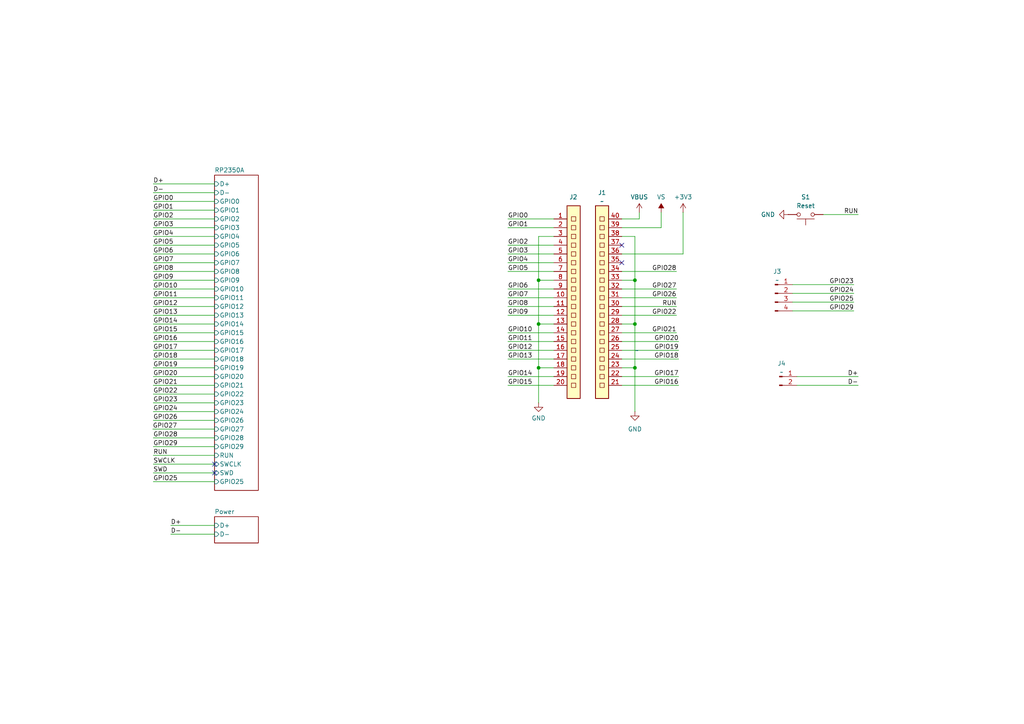
<source format=kicad_sch>
(kicad_sch (version 20250114) (generator "eeschema") (generator_version "9.0")
  (paper "A4")
  (title_block (title "${NAME}") (date "2025-06-23") (rev "${VERSION}") (company "Mikhail Matveev") (comment 1 "https://github.com/xtremespb/frank"))
  (lib_symbols
    (symbol "Connector:Conn_01x02_Pin" (pin_names (offset 1.016) (hide yes))
      (property "Reference" "J" (at 0 2.54 0))
      (property "Value" "Conn_01x02_Pin" (at 0 -5.08 0))
      (symbol "Conn_01x02_Pin_1_1"
        (rectangle (start 0.8636 0.127) (end 0 -0.127) (stroke (width 0.1524)) (fill (type outline)))
        (rectangle (start 0.8636 -2.413) (end 0 -2.667) (stroke (width 0.1524)) (fill (type outline)))
        (polyline (pts (xy 1.27 0) (xy 0.8636 0)) (stroke (width 0.1524)))
        (polyline (pts (xy 1.27 -2.54) (xy 0.8636 -2.54)) (stroke (width 0.1524)))
        (pin passive line (at 5.08 0 180) (length 3.81) (name "Pin_1") (number "1"))
        (pin passive line (at 5.08 -2.54 180) (length 3.81) (name "Pin_2") (number "2"))
      )
    )
    (symbol "Connector:Conn_01x04_Pin" (pin_names (offset 1.016) (hide yes))
      (property "Reference" "J" (at 0 5.08 0))
      (property "Value" "Conn_01x04_Pin" (at 0 -7.62 0))
      (symbol "Conn_01x04_Pin_1_1"
        (rectangle (start 0.8636 2.667) (end 0 2.413) (stroke (width 0.1524)) (fill (type outline)))
        (rectangle (start 0.8636 0.127) (end 0 -0.127) (stroke (width 0.1524)) (fill (type outline)))
        (rectangle (start 0.8636 -2.413) (end 0 -2.667) (stroke (width 0.1524)) (fill (type outline)))
        (rectangle (start 0.8636 -4.953) (end 0 -5.207) (stroke (width 0.1524)) (fill (type outline)))
        (polyline (pts (xy 1.27 2.54) (xy 0.8636 2.54)) (stroke (width 0.1524)))
        (polyline (pts (xy 1.27 0) (xy 0.8636 0)) (stroke (width 0.1524)))
        (polyline (pts (xy 1.27 -2.54) (xy 0.8636 -2.54)) (stroke (width 0.1524)))
        (polyline (pts (xy 1.27 -5.08) (xy 0.8636 -5.08)) (stroke (width 0.1524)))
        (pin passive line (at 5.08 2.54 180) (length 3.81) (name "Pin_1") (number "1"))
        (pin passive line (at 5.08 0 180) (length 3.81) (name "Pin_2") (number "2"))
        (pin passive line (at 5.08 -2.54 180) (length 3.81) (name "Pin_3") (number "3"))
        (pin passive line (at 5.08 -5.08 180) (length 3.81) (name "Pin_4") (number "4"))
      )
    )
    (symbol "FRANK:CON_PICO_1-20"
      (property "Reference" "J2" (at -15.875 29.21 0))
      (property "Value" "~" (at 3.81 -15.24 0))
      (symbol "CON_PICO_1-20_0_1"
        (rectangle (start -16.51 26.67) (end -12.7 -29.21) (stroke (width 0.254)) (fill (type background)))
        (rectangle (start -15.24 23.495) (end -13.97 22.225))
        (rectangle (start -15.24 20.955) (end -13.97 19.685))
        (rectangle (start -15.24 18.415) (end -13.97 17.145))
        (rectangle (start -15.24 15.875) (end -13.97 14.605))
        (rectangle (start -15.24 13.335) (end -13.97 12.065))
        (rectangle (start -15.24 10.795) (end -13.97 9.525))
        (rectangle (start -15.24 8.255) (end -13.97 6.985))
        (rectangle (start -15.24 5.715) (end -13.97 4.445))
        (rectangle (start -15.24 3.175) (end -13.97 1.905))
        (rectangle (start -15.24 0.635) (end -13.97 -0.635))
        (rectangle (start -15.24 -1.905) (end -13.97 -3.175))
        (rectangle (start -15.24 -4.445) (end -13.97 -5.715))
        (rectangle (start -15.24 -6.985) (end -13.97 -8.255))
        (rectangle (start -15.24 -9.525) (end -13.97 -10.795))
        (rectangle (start -15.24 -12.065) (end -13.97 -13.335))
        (rectangle (start -15.24 -14.605) (end -13.97 -15.875))
        (rectangle (start -15.24 -17.145) (end -13.97 -18.415))
        (rectangle (start -15.24 -19.685) (end -13.97 -20.955))
        (rectangle (start -15.24 -22.225) (end -13.97 -23.495))
        (rectangle (start -15.24 -24.765) (end -13.97 -26.035))
      )
      (symbol "CON_PICO_1-20_1_1"
        (pin input line (at -20.32 22.86 0) (length 3.81) (name "") (number "1"))
        (pin input line (at -20.32 20.32 0) (length 3.81) (name "") (number "2"))
        (pin input line (at -20.32 17.78 0) (length 3.81) (name "") (number "3"))
        (pin input line (at -20.32 15.24 0) (length 3.81) (name "") (number "4"))
        (pin input line (at -20.32 12.7 0) (length 3.81) (name "") (number "5"))
        (pin input line (at -20.32 10.16 0) (length 3.81) (name "") (number "6"))
        (pin input line (at -20.32 7.62 0) (length 3.81) (name "") (number "7"))
        (pin input line (at -20.32 5.08 0) (length 3.81) (name "") (number "8"))
        (pin input line (at -20.32 2.54 0) (length 3.81) (name "") (number "9"))
        (pin input line (at -20.32 0 0) (length 3.81) (name "") (number "10"))
        (pin input line (at -20.32 -2.54 0) (length 3.81) (name "") (number "11"))
        (pin input line (at -20.32 -5.08 0) (length 3.81) (name "") (number "12"))
        (pin input line (at -20.32 -7.62 0) (length 3.81) (name "") (number "13"))
        (pin input line (at -20.32 -10.16 0) (length 3.81) (name "") (number "14"))
        (pin input line (at -20.32 -12.7 0) (length 3.81) (name "") (number "15"))
        (pin input line (at -20.32 -15.24 0) (length 3.81) (name "") (number "16"))
        (pin input line (at -20.32 -17.78 0) (length 3.81) (name "") (number "17"))
        (pin input line (at -20.32 -20.32 0) (length 3.81) (name "") (number "18"))
        (pin input line (at -20.32 -22.86 0) (length 3.81) (name "") (number "19"))
        (pin input line (at -20.32 -25.4 0) (length 3.81) (name "") (number "20"))
      )
    )
    (symbol "FRANK:CON_PICO_21-40"
      (property "Reference" "J1" (at 15.875 29.21 0))
      (property "Value" "~" (at 3.81 -15.24 0))
      (symbol "CON_PICO_21-40_0_1"
        (rectangle (start 13.97 26.67) (end 17.78 -29.21) (stroke (width 0.254)) (fill (type background)))
        (rectangle (start 15.24 23.495) (end 16.51 22.225))
        (rectangle (start 15.24 20.955) (end 16.51 19.685))
        (rectangle (start 15.24 18.415) (end 16.51 17.145))
        (rectangle (start 15.24 15.875) (end 16.51 14.605))
        (rectangle (start 15.24 13.335) (end 16.51 12.065))
        (rectangle (start 15.24 10.795) (end 16.51 9.525))
        (rectangle (start 15.24 8.255) (end 16.51 6.985))
        (rectangle (start 15.24 5.715) (end 16.51 4.445))
        (rectangle (start 15.24 3.175) (end 16.51 1.905))
        (rectangle (start 15.24 0.635) (end 16.51 -0.635))
        (rectangle (start 15.24 -1.905) (end 16.51 -3.175))
        (rectangle (start 15.24 -4.445) (end 16.51 -5.715))
        (rectangle (start 15.24 -6.985) (end 16.51 -8.255))
        (rectangle (start 15.24 -9.525) (end 16.51 -10.795))
        (rectangle (start 15.24 -12.065) (end 16.51 -13.335))
        (rectangle (start 15.24 -14.605) (end 16.51 -15.875))
        (rectangle (start 15.24 -17.145) (end 16.51 -18.415))
        (rectangle (start 15.24 -19.685) (end 16.51 -20.955))
        (rectangle (start 15.24 -22.225) (end 16.51 -23.495))
        (rectangle (start 15.24 -24.765) (end 16.51 -26.035))
      )
      (symbol "CON_PICO_21-40_1_1"
        (pin input line (at 21.59 22.86 180) (length 3.81) (name "") (number "40"))
        (pin input line (at 21.59 20.32 180) (length 3.81) (name "") (number "39"))
        (pin input line (at 21.59 17.78 180) (length 3.81) (name "") (number "38"))
        (pin input line (at 21.59 15.24 180) (length 3.81) (name "") (number "37"))
        (pin input line (at 21.59 12.7 180) (length 3.81) (name "") (number "36"))
        (pin input line (at 21.59 10.16 180) (length 3.81) (name "") (number "35"))
        (pin input line (at 21.59 7.62 180) (length 3.81) (name "") (number "34"))
        (pin input line (at 21.59 5.08 180) (length 3.81) (name "") (number "33"))
        (pin input line (at 21.59 2.54 180) (length 3.81) (name "") (number "32"))
        (pin input line (at 21.59 0 180) (length 3.81) (name "") (number "31"))
        (pin input line (at 21.59 -2.54 180) (length 3.81) (name "") (number "30"))
        (pin input line (at 21.59 -5.08 180) (length 3.81) (name "") (number "29"))
        (pin input line (at 21.59 -7.62 180) (length 3.81) (name "") (number "28"))
        (pin input line (at 21.59 -10.16 180) (length 3.81) (name "") (number "27"))
        (pin input line (at 21.59 -12.7 180) (length 3.81) (name "") (number "26"))
        (pin input line (at 21.59 -15.24 180) (length 3.81) (name "") (number "25"))
        (pin input line (at 21.59 -17.78 180) (length 3.81) (name "") (number "24"))
        (pin input line (at 21.59 -20.32 180) (length 3.81) (name "") (number "23"))
        (pin input line (at 21.59 -22.86 180) (length 3.81) (name "") (number "22"))
        (pin input line (at 21.59 -25.4 180) (length 3.81) (name "") (number "21"))
      )
    )
    (symbol "GND_1" (power) (pin_numbers (hide yes)) (pin_names (offset 0) (hide yes))
      (property "Value" "GND" (at 0 -3.81 0))
      (symbol "GND_1_0_1"
        (polyline (pts (xy 0 0) (xy 0 -1.27) (xy 1.27 -1.27) (xy 0 -2.54) (xy -1.27 -1.27) (xy 0 -1.27)))
      )
      (symbol "GND_1_1_1"
        (pin power_in line (at 0 0 270) (length 0) (name "~") (number "1"))
      )
    )
    (symbol "Switch:SW_Push" (pin_numbers (hide yes)) (pin_names (offset 1.016) (hide yes))
      (property "Reference" "SW" (at 1.27 2.54 0))
      (property "Value" "SW_Push" (at 0 -1.524 0))
      (symbol "SW_Push_0_1"
        (circle (center -2.032 0) (radius 0.508))
        (polyline (pts (xy 0 1.27) (xy 0 3.048)))
        (circle (center 2.032 0) (radius 0.508))
        (polyline (pts (xy 2.54 1.27) (xy -2.54 1.27)))
        (pin passive line (at -5.08 0 0) (length 2.54) (name "1") (number "1"))
        (pin passive line (at 5.08 0 180) (length 2.54) (name "2") (number "2"))
      )
    )
    (symbol "power:+3V3" (power) (pin_numbers (hide yes)) (pin_names (offset 0) (hide yes))
      (property "Value" "+3V3" (at 0 3.556 0))
      (symbol "+3V3_0_1"
        (polyline (pts (xy -0.762 1.27) (xy 0 2.54)))
        (polyline (pts (xy 0 2.54) (xy 0.762 1.27)))
        (polyline (pts (xy 0 0) (xy 0 2.54)))
      )
      (symbol "+3V3_1_1"
        (pin power_in line (at 0 0 90) (length 0) (name "~") (number "1"))
      )
    )
    (symbol "power:GND" (power) (pin_numbers (hide yes)) (pin_names (offset 0) (hide yes))
      (property "Value" "GND" (at 0 -3.81 0))
      (symbol "GND_0_1"
        (polyline (pts (xy 0 0) (xy 0 -1.27) (xy 1.27 -1.27) (xy 0 -2.54) (xy -1.27 -1.27) (xy 0 -1.27)))
      )
      (symbol "GND_1_1"
        (pin power_in line (at 0 0 270) (length 0) (name "~") (number "1"))
      )
    )
    (symbol "power:VBUS" (power) (pin_numbers (hide yes)) (pin_names (offset 0) (hide yes))
      (property "Value" "VBUS" (at 0 3.556 0))
      (symbol "VBUS_0_1"
        (polyline (pts (xy -0.762 1.27) (xy 0 2.54)))
        (polyline (pts (xy 0 2.54) (xy 0.762 1.27)))
        (polyline (pts (xy 0 0) (xy 0 2.54)))
      )
      (symbol "VBUS_1_1"
        (pin power_in line (at 0 0 90) (length 0) (name "~") (number "1"))
      )
    )
    (symbol "power:VS" (power) (pin_numbers (hide yes)) (pin_names (offset 0) (hide yes))
      (property "Value" "VS" (at 0 3.556 0))
      (symbol "VS_0_1"
        (polyline (pts (xy 0 0) (xy 0 2.54)))
        (polyline (pts (xy 0.762 1.27) (xy -0.762 1.27) (xy 0 2.54) (xy 0.762 1.27)) (fill (type outline)))
      )
      (symbol "VS_1_1"
        (pin power_in line (at 0 0 90) (length 0) (name "~") (number "1"))
      )
    )
  )
  (junction (at 184.15 106.68))
  (junction (at 156.21 106.68))
  (junction (at 156.21 93.98))
  (junction (at 184.15 93.98))
  (junction (at 184.15 81.28))
  (junction (at 156.21 81.28))
  (no_connect (at 180.34 71.12))
  (no_connect (at 62.23 137.16))
  (no_connect (at 62.23 134.62))
  (no_connect (at 180.34 76.2))
  (wire (pts (xy 180.34 104.14) (xy 196.85 104.14)))
  (wire (pts (xy 147.32 99.06) (xy 160.655 99.06)))
  (wire (pts (xy 62.23 96.52) (xy 44.45 96.52)))
  (wire (pts (xy 180.34 66.04) (xy 191.77 66.04)))
  (wire (pts (xy 180.34 63.5) (xy 185.42 63.5)))
  (wire (pts (xy 62.23 58.42) (xy 44.45 58.42)))
  (wire (pts (xy 196.215 78.74) (xy 180.34 78.74)))
  (wire (pts (xy 62.23 101.6) (xy 44.45 101.6)))
  (wire (pts (xy 62.23 53.34) (xy 44.45 53.34)))
  (wire (pts (xy 238.76 62.23) (xy 248.92 62.23)))
  (wire (pts (xy 62.23 81.28) (xy 44.45 81.28)))
  (wire (pts (xy 147.32 66.04) (xy 160.655 66.04)))
  (wire (pts (xy 184.15 93.98) (xy 184.15 106.68)))
  (wire (pts (xy 62.23 127) (xy 44.45 127)))
  (wire (pts (xy 180.34 106.68) (xy 184.15 106.68)))
  (wire (pts (xy 180.34 93.98) (xy 184.15 93.98)))
  (wire (pts (xy 156.21 93.98) (xy 156.21 106.68)))
  (wire (pts (xy 62.23 76.2) (xy 44.45 76.2)))
  (wire (pts (xy 62.23 104.14) (xy 44.45 104.14)))
  (wire (pts (xy 156.21 93.98) (xy 160.655 93.98)))
  (wire (pts (xy 196.215 83.82) (xy 180.34 83.82)))
  (wire (pts (xy 180.34 111.76) (xy 196.85 111.76)))
  (wire (pts (xy 62.23 106.68) (xy 44.45 106.68)))
  (wire (pts (xy 229.87 90.17) (xy 247.65 90.17)))
  (wire (pts (xy 62.23 83.82) (xy 44.45 83.82)))
  (wire (pts (xy 62.23 55.88) (xy 44.45 55.88)))
  (wire (pts (xy 191.77 61.595) (xy 191.77 66.04)))
  (wire (pts (xy 229.87 87.63) (xy 247.65 87.63)))
  (wire (pts (xy 62.23 129.54) (xy 44.45 129.54)))
  (wire (pts (xy 62.23 132.08) (xy 44.45 132.08)))
  (wire (pts (xy 147.32 109.22) (xy 160.655 109.22)))
  (wire (pts (xy 180.34 68.58) (xy 184.15 68.58)))
  (wire (pts (xy 62.23 68.58) (xy 44.45 68.58)))
  (wire (pts (xy 198.12 73.66) (xy 198.12 61.595)))
  (wire (pts (xy 180.34 73.66) (xy 198.12 73.66)))
  (wire (pts (xy 62.23 93.98) (xy 44.45 93.98)))
  (wire (pts (xy 147.32 91.44) (xy 160.655 91.44)))
  (wire (pts (xy 180.34 91.44) (xy 196.215 91.44)))
  (wire (pts (xy 229.87 82.55) (xy 247.65 82.55)))
  (wire (pts (xy 147.32 101.6) (xy 160.655 101.6)))
  (wire (pts (xy 62.23 111.76) (xy 44.45 111.76)))
  (wire (pts (xy 62.23 66.04) (xy 44.45 66.04)))
  (wire (pts (xy 147.32 86.36) (xy 160.655 86.36)))
  (wire (pts (xy 180.34 99.06) (xy 196.85 99.06)))
  (wire (pts (xy 160.655 68.58) (xy 156.21 68.58)))
  (wire (pts (xy 62.23 60.96) (xy 44.45 60.96)))
  (wire (pts (xy 156.21 68.58) (xy 156.21 81.28)))
  (wire (pts (xy 180.34 109.22) (xy 196.85 109.22)))
  (wire (pts (xy 62.23 109.22) (xy 44.45 109.22)))
  (wire (pts (xy 49.53 154.94) (xy 62.23 154.94)))
  (wire (pts (xy 180.34 88.9) (xy 196.215 88.9)))
  (wire (pts (xy 62.23 99.06) (xy 44.45 99.06)))
  (wire (pts (xy 44.45 114.3) (xy 62.23 114.3)))
  (wire (pts (xy 147.32 73.66) (xy 160.655 73.66)))
  (wire (pts (xy 147.32 88.9) (xy 160.655 88.9)))
  (wire (pts (xy 49.53 152.4) (xy 62.23 152.4)))
  (wire (pts (xy 62.23 137.16) (xy 44.45 137.16)))
  (wire (pts (xy 62.23 121.92) (xy 44.45 121.92)))
  (wire (pts (xy 62.23 119.38) (xy 44.45 119.38)))
  (wire (pts (xy 248.92 109.22) (xy 231.14 109.22)))
  (wire (pts (xy 156.21 106.68) (xy 160.655 106.68)))
  (wire (pts (xy 184.15 68.58) (xy 184.15 81.28)))
  (wire (pts (xy 185.42 61.595) (xy 185.42 63.5)))
  (wire (pts (xy 147.32 104.14) (xy 160.655 104.14)))
  (wire (pts (xy 147.32 76.2) (xy 160.655 76.2)))
  (wire (pts (xy 156.21 81.28) (xy 156.21 93.98)))
  (wire (pts (xy 62.23 78.74) (xy 44.45 78.74)))
  (wire (pts (xy 62.23 88.9) (xy 44.45 88.9)))
  (wire (pts (xy 180.34 96.52) (xy 196.215 96.52)))
  (wire (pts (xy 196.215 86.36) (xy 180.34 86.36)))
  (wire (pts (xy 147.32 63.5) (xy 160.655 63.5)))
  (wire (pts (xy 62.23 73.66) (xy 44.45 73.66)))
  (wire (pts (xy 180.34 101.6) (xy 196.85 101.6)))
  (wire (pts (xy 147.32 96.52) (xy 160.655 96.52)))
  (wire (pts (xy 62.23 116.84) (xy 44.45 116.84)))
  (wire (pts (xy 229.87 85.09) (xy 247.65 85.09)))
  (wire (pts (xy 156.21 116.84) (xy 156.21 106.68)))
  (wire (pts (xy 147.32 111.76) (xy 160.655 111.76)))
  (wire (pts (xy 44.2998 124.46) (xy 62.23 124.46)))
  (wire (pts (xy 184.15 81.28) (xy 184.15 93.98)))
  (wire (pts (xy 180.34 81.28) (xy 184.15 81.28)))
  (wire (pts (xy 62.23 63.5) (xy 44.45 63.5)))
  (wire (pts (xy 62.23 139.7) (xy 44.45 139.7)))
  (wire (pts (xy 147.32 78.74) (xy 160.655 78.74)))
  (wire (pts (xy 147.32 71.12) (xy 160.655 71.12)))
  (wire (pts (xy 184.15 106.68) (xy 184.15 119.38)))
  (wire (pts (xy 62.23 71.12) (xy 44.45 71.12)))
  (wire (pts (xy 248.92 111.76) (xy 231.14 111.76)))
  (wire (pts (xy 156.21 81.28) (xy 160.655 81.28)))
  (wire (pts (xy 62.23 86.36) (xy 44.45 86.36)))
  (wire (pts (xy 62.23 91.44) (xy 44.45 91.44)))
  (wire (pts (xy 147.32 83.82) (xy 160.655 83.82)))
  (wire (pts (xy 62.23 134.62) (xy 44.45 134.62)))
  (label "GPIO13" (at 147.32 104.14 0))
  (label "GPIO18" (at 44.45 104.14 0))
  (label "GPIO1" (at 44.45 60.96 0))
  (label "GPIO3" (at 44.45 66.04 0))
  (label "GPIO1" (at 147.32 66.04 0))
  (label "GPIO18" (at 196.85 104.14 180))
  (label "GPIO25" (at 44.45 139.7 0))
  (label "GPIO11" (at 147.32 99.06 0))
  (label "GPIO2" (at 147.32 71.12 0))
  (label "GPIO20" (at 196.85 99.06 180))
  (label "GPIO15" (at 147.32 111.76 0))
  (label "GPIO24" (at 44.45 119.38 0))
  (label "D-" (at 49.53 154.94 0))
  (label "GPIO10" (at 44.45 83.82 0))
  (label "GPIO14" (at 44.45 93.98 0))
  (label "D-" (at 44.45 55.88 0))
  (label "D+" (at 248.92 109.22 180))
  (label "GPIO4" (at 44.45 68.58 0))
  (label "D+" (at 44.45 53.34 0))
  (label "GPIO5" (at 147.32 78.74 0))
  (label "SWCLK" (at 44.45 134.62 0))
  (label "GPIO26" (at 44.45 121.92 0))
  (label "GPIO0" (at 44.45 58.42 0))
  (label "GPIO23" (at 44.45 116.84 0))
  (label "GPIO7" (at 44.45 76.2 0))
  (label "GPIO4" (at 147.32 76.2 0))
  (label "GPIO28" (at 196.215 78.74 180))
  (label "GPIO14" (at 147.32 109.22 0))
  (label "GPIO22" (at 196.215 91.44 180))
  (label "GPIO21" (at 196.215 96.52 180))
  (label "GPIO23" (at 247.65 82.55 180))
  (label "GPIO6" (at 147.32 83.82 0))
  (label "D-" (at 248.92 111.76 180))
  (label "GPIO8" (at 147.32 88.9 0))
  (label "GPIO21" (at 44.45 111.76 0))
  (label "GPIO11" (at 44.45 86.36 0))
  (label "GPIO15" (at 44.45 96.52 0))
  (label "SWD" (at 44.45 137.16 0))
  (label "GPIO17" (at 196.85 109.22 180))
  (label "RUN" (at 196.215 88.9 180))
  (label "D+" (at 49.53 152.4 0))
  (label "GPIO7" (at 147.32 86.36 0))
  (label "GPIO3" (at 147.32 73.66 0))
  (label "GPIO9" (at 147.32 91.44 0))
  (label "GPIO8" (at 44.45 78.74 0))
  (label "GPIO6" (at 44.45 73.66 0))
  (label "GPIO2" (at 44.45 63.5 0))
  (label "GPIO17" (at 44.45 101.6 0))
  (label "GPIO26" (at 196.215 86.36 180))
  (label "GPIO9" (at 44.45 81.28 0))
  (label "GPIO12" (at 147.32 101.6 0))
  (label "GPIO10" (at 147.32 96.52 0))
  (label "GPIO22" (at 44.45 114.3 0))
  (label "GPIO27" (at 196.215 83.82 180))
  (label "GPIO29" (at 247.65 90.17 180))
  (label "RUN" (at 44.45 132.08 0))
  (label "RUN" (at 248.92 62.23 180))
  (label "GPIO27" (at 44.2998 124.46 0))
  (label "GPIO28" (at 44.45 127 0))
  (label "GPIO19" (at 44.45 106.68 0))
  (label "GPIO13" (at 44.45 91.44 0))
  (label "GPIO5" (at 44.45 71.12 0))
  (label "GPIO29" (at 44.45 129.54 0))
  (label "GPIO0" (at 147.32 63.5 0))
  (label "GPIO12" (at 44.45 88.9 0))
  (label "GPIO16" (at 196.85 111.76 180))
  (label "GPIO25" (at 247.65 87.63 180))
  (label "GPIO16" (at 44.45 99.06 0))
  (label "GPIO24" (at 247.65 85.09 180))
  (label "GPIO20" (at 44.45 109.22 0))
  (label "GPIO19" (at 196.85 101.6 180))
  (symbol (lib_id "Connector:Conn_01x02_Pin") (at 226.06 109.22 0) (unit 1)
    (property "Reference" "J4" (at 226.695 105.41 0))
    (property "Value" "~" (at 226.695 107.95 0))
    (property "Footprint" "FRANK:Test Points (1mm x 2)" (effects (hide yes)))
    (property "Description" "Generic connector, single row, 01x02, script generated" (effects (hide yes)))
  )
  (symbol (lib_id "power:+3V3") (at 198.12 61.595 0) (unit 1)
    (property "Reference" "#PWR03" (effects (hide yes)))
    (property "Value" "+3V3" (at 198.12 57.15 0))
    (property "Description" "Power symbol creates a global label with name \"+3V3\"" (effects (hide yes)))
  )
  (symbol (lib_name "GND_1") (lib_id "power:GND") (at 228.6 62.23 270) (unit 1)
    (property "Reference" "#PWR06" (effects (hide yes)))
    (property "Value" "GND" (at 224.79 62.2299 90) (effects (justify right)))
    (property "Description" "Power symbol creates a global label with name \"GND\" , ground" (effects (hide yes)))
  )
  (symbol (lib_id "power:VS") (at 191.77 61.595 0) (unit 1)
    (property "Reference" "#PWR02" (effects (hide yes)))
    (property "Value" "VS" (at 191.77 57.15 0))
    (property "Description" "Power symbol creates a global label with name \"VS\"" (effects (hide yes)))
  )
  (symbol (lib_id "Connector:Conn_01x04_Pin") (at 224.79 85.09 0) (unit 1)
    (property "Reference" "J3" (at 225.425 78.74 0))
    (property "Value" "~" (at 225.425 81.28 0))
    (property "Footprint" "FRANK:Test Points (1mm x 5)" (effects (hide yes)))
    (property "Description" "Generic connector, single row, 01x04, script generated" (effects (hide yes)))
  )
  (symbol (lib_id "FRANK:CON_PICO_1-20") (at 180.975 86.36 0) (unit 1)
    (property "Reference" "J2" (at 165.1 57.15 0) (effects (justify left)))
    (property "Value" "~" (at 184.785 101.6 0))
    (property "Footprint" "FRANK:CON_PICO_1-20" (effects (hide yes)))
  )
  (symbol (lib_name "GND_1") (lib_id "power:GND") (at 184.15 119.38 0) (unit 1)
    (property "Reference" "#PWR05" (effects (hide yes)))
    (property "Value" "GND" (at 184.15 124.46 0))
    (property "Description" "Power symbol creates a global label with name \"GND\" , ground" (effects (hide yes)))
  )
  (symbol (lib_id "Switch:SW_Push") (at 233.68 62.23 180) (unit 1)
    (property "Reference" "S1" (at 233.68 57.15 0))
    (property "Value" "Reset" (at 233.68 59.69 0))
    (property "Footprint" "FRANK:Button (SMD, 3x3mm, 1-1)" (effects (hide yes)))
    (property "Datasheet" "https://parts4laptops.eu/en/microbuttons/3300-microbutton-tact-switch-ts-1233-33x33x15mm-smt-mounting.html" (effects (hide yes)))
    (property "AliExpress" "https://www.aliexpress.com/item/1005007359248990.html" (effects (hide yes)))
  )
  (symbol (lib_id "power:VBUS") (at 185.42 61.595 0) (unit 1)
    (property "Reference" "#PWR01" (effects (hide yes)))
    (property "Value" "VBUS" (at 185.42 57.15 0))
    (property "Description" "Power symbol creates a global label with name \"VBUS\"" (effects (hide yes)))
  )
  (symbol (lib_id "power:GND") (at 156.21 116.84 0) (unit 1)
    (property "Reference" "#PWR04" (effects (hide yes)))
    (property "Value" "GND" (at 156.21 121.285 0))
    (property "Description" "Power symbol creates a global label with name \"GND\" , ground" (effects (hide yes)))
  )
  (symbol (lib_id "FRANK:CON_PICO_21-40") (at 158.75 86.36 0) (unit 1)
    (property "Reference" "J1" (at 174.625 55.88 0))
    (property "Value" "~" (at 174.625 58.42 0))
    (property "Footprint" "FRANK:CON_PICO_21-40" (effects (hide yes)))
  )
  (sheet (at 62.23 149.86) (size 12.7 7.62) (stroke (width 0.1524))
    (property "Sheetname" "Power" (at 62.23 149.1484 0) (effects (justify left bottom)))
    (property "Sheetfile" "power.kicad_sch" (effects (hide yes)))
    (pin "D+" input (at 62.23 152.4 180))
    (pin "D-" input (at 62.23 154.94 180))
  )
  (sheet (at 62.23 50.8) (size 12.7 91.44) (stroke (width 0.1524))
    (property "Sheetname" "RP2350A" (at 62.23 50.0884 0) (effects (justify left bottom)))
    (property "Sheetfile" "rp2350a.kicad_sch" (effects (hide yes)))
    (pin "D+" input (at 62.23 53.34 180))
    (pin "D-" input (at 62.23 55.88 180))
    (pin "GPIO0" input (at 62.23 58.42 180))
    (pin "GPIO1" input (at 62.23 60.96 180))
    (pin "GPIO2" input (at 62.23 63.5 180))
    (pin "GPIO3" input (at 62.23 66.04 180))
    (pin "GPIO4" input (at 62.23 68.58 180))
    (pin "GPIO5" input (at 62.23 71.12 180))
    (pin "GPIO6" input (at 62.23 73.66 180))
    (pin "GPIO7" input (at 62.23 76.2 180))
    (pin "GPIO8" input (at 62.23 78.74 180))
    (pin "GPIO9" input (at 62.23 81.28 180))
    (pin "GPIO10" input (at 62.23 83.82 180))
    (pin "GPIO11" input (at 62.23 86.36 180))
    (pin "GPIO12" input (at 62.23 88.9 180))
    (pin "GPIO13" input (at 62.23 91.44 180))
    (pin "GPIO14" input (at 62.23 93.98 180))
    (pin "GPIO15" input (at 62.23 96.52 180))
    (pin "GPIO16" input (at 62.23 99.06 180))
    (pin "GPIO17" input (at 62.23 101.6 180))
    (pin "GPIO18" input (at 62.23 104.14 180))
    (pin "GPIO19" input (at 62.23 106.68 180))
    (pin "GPIO20" input (at 62.23 109.22 180))
    (pin "GPIO21" input (at 62.23 111.76 180))
    (pin "GPIO22" input (at 62.23 114.3 180))
    (pin "GPIO23" input (at 62.23 116.84 180))
    (pin "GPIO24" input (at 62.23 119.38 180))
    (pin "GPIO26" input (at 62.23 121.92 180))
    (pin "GPIO27" input (at 62.23 124.46 180))
    (pin "GPIO28" input (at 62.23 127 180))
    (pin "GPIO29" input (at 62.23 129.54 180))
    (pin "RUN" input (at 62.23 132.08 180))
    (pin "SWCLK" input (at 62.23 134.62 180))
    (pin "SWD" input (at 62.23 137.16 180))
    (pin "GPIO25" input (at 62.23 139.7 180))
  )
)
</source>
